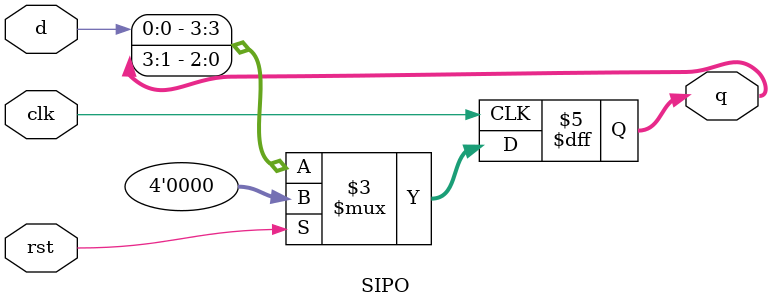
<source format=v>
module SIPO(input clk , rst , d ,output reg [3:0]q);

always @(posedge clk) begin
if (rst)
q<=4'b000;
else

q <= {d,q[3:1]};
end
endmodule

</source>
